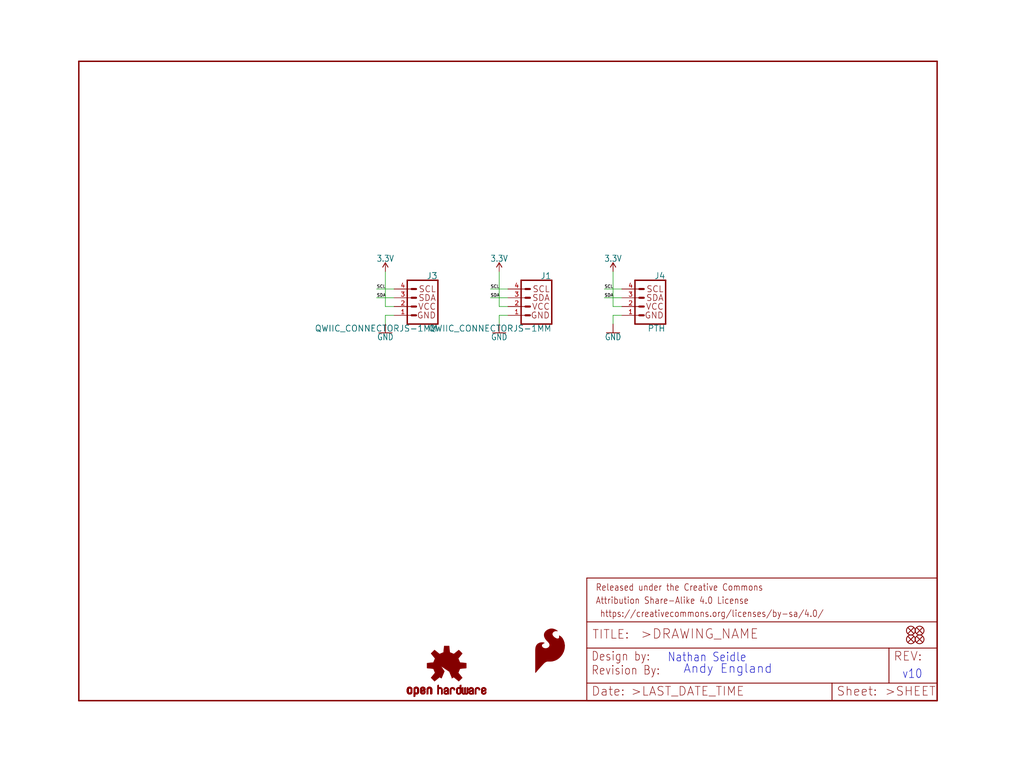
<source format=kicad_sch>
(kicad_sch (version 20211123) (generator eeschema)
  (paper "User" 297.002 223.926)
  (lib_symbols
    (symbol "schematicEagle-eagle-import:3.3V" (power)
      (property "Value" "3.3V" (at 0 2.794 0))
      (symbol "3.3V_1_0"
        (pin power_in line (at 0 0 90) (length 2.54) (name "3.3V") (number "1"))
      )
    )
    (symbol "schematicEagle-eagle-import:FIDUCIALUFIDUCIAL")
    (symbol "schematicEagle-eagle-import:FRAME-LETTER"
      (symbol "FRAME-LETTER_2_0"
        (text " https://creativecommons.org/licenses/by-sa/4.0/" (at 2.54 24.13 0) (effects (font (size 1.9304 1.6408)) (justify left bottom)))
        (text ">DRAWING_NAME" (at 15.494 17.78 0) (effects (font (size 2.7432 2.7432)) (justify left bottom)))
        (text ">LAST_DATE_TIME" (at 12.7 1.27 0) (effects (font (size 2.54 2.54)) (justify left bottom)))
        (text ">SHEET" (at 86.36 1.27 0) (effects (font (size 2.54 2.54)) (justify left bottom)))
        (text "Attribution Share-Alike 4.0 License" (at 2.54 27.94 0) (effects (font (size 1.9304 1.6408)) (justify left bottom)))
        (text "Date:" (at 1.27 1.27 0) (effects (font (size 2.54 2.54)) (justify left bottom)))
        (text "Design by:" (at 1.27 11.43 0) (effects (font (size 2.54 2.159)) (justify left bottom)))
        (text "Released under the Creative Commons" (at 2.54 31.75 0) (effects (font (size 1.9304 1.6408)) (justify left bottom)))
        (text "REV:" (at 88.9 11.43 0) (effects (font (size 2.54 2.54)) (justify left bottom)))
        (text "Sheet:" (at 72.39 1.27 0) (effects (font (size 2.54 2.54)) (justify left bottom)))
        (text "TITLE:" (at 1.524 17.78 0) (effects (font (size 2.54 2.54)) (justify left bottom)))
      )
    )
    (symbol "schematicEagle-eagle-import:GND" (power)
      (property "Value" "GND" (at 0 -0.254 0))
      (symbol "GND_1_0"
        (pin power_in line (at 0 2.54 270) (length 2.54) (name "GND") (number "1"))
      )
    )
    (symbol "schematicEagle-eagle-import:I2C_STANDARD"
      (property "Reference" "J" (at -5.08 7.874 0))
      (property "Value" "I2C_STANDARD" (at -5.08 -5.334 0))
      (symbol "I2C_STANDARD_1_0"
        (text "GND" (at -4.572 -2.54 0) (effects (font (size 1.778 1.778)) (justify left)))
        (text "SCL" (at -4.572 5.08 0) (effects (font (size 1.778 1.778)) (justify left)))
        (text "SDA" (at -4.572 2.54 0) (effects (font (size 1.778 1.778)) (justify left)))
        (text "VCC" (at -4.572 0 0) (effects (font (size 1.778 1.778)) (justify left)))
        (pin power_in line (at 7.62 -2.54 180) (length 5.08) (name "1") (number "1"))
        (pin power_in line (at 7.62 0 180) (length 5.08) (name "2") (number "2"))
        (pin passive line (at 7.62 2.54 180) (length 5.08) (name "3") (number "3"))
        (pin passive line (at 7.62 5.08 180) (length 5.08) (name "4") (number "4"))
      )
    )
    (symbol "schematicEagle-eagle-import:OSHW-LOGOS")
    (symbol "schematicEagle-eagle-import:QWIIC_CONNECTORJS-1MM"
      (property "Reference" "J" (at -5.08 7.874 0))
      (property "Value" "QWIIC_CONNECTORJS-1MM" (at -5.08 -5.334 0))
      (symbol "QWIIC_CONNECTORJS-1MM_1_0"
        (text "GND" (at -4.572 -2.54 0) (effects (font (size 1.778 1.778)) (justify left)))
        (text "SCL" (at -4.572 5.08 0) (effects (font (size 1.778 1.778)) (justify left)))
        (text "SDA" (at -4.572 2.54 0) (effects (font (size 1.778 1.778)) (justify left)))
        (text "VCC" (at -4.572 0 0) (effects (font (size 1.778 1.778)) (justify left)))
        (pin power_in line (at 7.62 -2.54 180) (length 5.08) (name "1") (number "1"))
        (pin power_in line (at 7.62 0 180) (length 5.08) (name "2") (number "2"))
        (pin passive line (at 7.62 2.54 180) (length 5.08) (name "3") (number "3"))
        (pin passive line (at 7.62 5.08 180) (length 5.08) (name "4") (number "4"))
      )
    )
    (symbol "schematicEagle-eagle-import:REVISION"
      (symbol "REVISION_1_0"
        (text "Revision By: " (at 0 0 0) (effects (font (size 2.54 2.159)) (justify left bottom)))
      )
    )
    (symbol "schematicEagle-eagle-import:SFE_LOGO_FLAME.1_INCH")
  )
  (wire (pts (xy 147.32 88.9) (xy 144.78 88.9)))
  (wire (pts (xy 180.34 83.82) (xy 175.26 83.82)))
  (wire (pts (xy 111.76 88.9) (xy 111.76 78.74)))
  (wire (pts (xy 147.32 83.82) (xy 142.24 83.82)))
  (wire (pts (xy 114.3 86.36) (xy 109.22 86.36)))
  (wire (pts (xy 180.34 91.44) (xy 177.8 91.44)))
  (wire (pts (xy 177.8 88.9) (xy 177.8 78.74)))
  (wire (pts (xy 180.34 86.36) (xy 175.26 86.36)))
  (wire (pts (xy 144.78 91.44) (xy 144.78 93.98)))
  (wire (pts (xy 114.3 91.44) (xy 111.76 91.44)))
  (wire (pts (xy 114.3 88.9) (xy 111.76 88.9)))
  (wire (pts (xy 114.3 83.82) (xy 109.22 83.82)))
  (wire (pts (xy 147.32 86.36) (xy 142.24 86.36)))
  (wire (pts (xy 111.76 91.44) (xy 111.76 93.98)))
  (wire (pts (xy 177.8 91.44) (xy 177.8 93.98)))
  (wire (pts (xy 144.78 88.9) (xy 144.78 78.74)))
  (wire (pts (xy 180.34 88.9) (xy 177.8 88.9)))
  (wire (pts (xy 147.32 91.44) (xy 144.78 91.44)))
  (text "Andy England" (at 198.12 195.58 180) (effects (font (size 2.54 2.54)) (justify left bottom)))
  (text "v10" (at 261.62 195.58 180) (effects (font (size 2.54 2.159)) (justify left)))
  (text "Nathan Seidle" (at 193.548 190.754 180) (effects (font (size 2.54 2.159)) (justify left)))
  (label "SDA" (at 142.24 86.36 0) (effects (font (size 0.889 0.889))))
  (label "SDA" (at 175.26 86.36 0) (effects (font (size 0.889 0.889))))
  (label "SCL" (at 175.26 83.82 0) (effects (font (size 0.889 0.889))))
  (label "SCL" (at 142.24 83.82 0) (effects (font (size 0.889 0.889))))
  (label "SCL" (at 109.22 83.82 0) (effects (font (size 0.889 0.889))))
  (label "SDA" (at 109.22 86.36 0) (effects (font (size 0.889 0.889))))
  (symbol (lib_id "schematicEagle-eagle-import:I2C_STANDARD") (at 187.96 88.9 0) (mirror y) (unit 1)
    (property "Reference" "J4" (at 193.04 81.026 0) (effects (font (size 1.778 1.778)) (justify left bottom)))
    (property "Value" "PTH" (at 193.04 94.234 0) (effects (font (size 1.778 1.778)) (justify left top)))
    (property "Footprint" "schematicEagle:1X04" (effects hide))
  )
  (symbol (lib_id "schematicEagle-eagle-import:3.3V") (at 177.8 78.74 0) (mirror y) (unit 1)
    (property "Reference" "#SUPPLY1" (effects hide))
    (property "Value" "3.3V" (at 177.8 75.946 0) (effects (font (size 1.778 1.5113)) (justify bottom)))
    (property "Footprint" "schematicEagle:" (effects hide))
  )
  (symbol (lib_id "schematicEagle-eagle-import:OSHW-LOGOS") (at 129.54 193.04 0) (unit 1)
    (property "Reference" "LOGO4" (effects hide))
    (property "Value" "OSHW-LOGOS" (effects hide))
    (property "Footprint" "schematicEagle:OSHW-LOGO-S" (effects hide))
  )
  (symbol (lib_id "schematicEagle-eagle-import:SFE_LOGO_FLAME.1_INCH") (at 154.94 195.58 0) (unit 1)
    (property "Reference" "U$1" (effects hide))
    (property "Value" "SFE_LOGO_FLAME.1_INCH" (effects hide))
    (property "Footprint" "schematicEagle:SFE_LOGO_FLAME_.1" (effects hide))
  )
  (symbol (lib_id "schematicEagle-eagle-import:FIDUCIALUFIDUCIAL") (at 264.16 185.42 0) (unit 1)
    (property "Reference" "FD4" (effects hide))
    (property "Value" "FIDUCIALUFIDUCIAL" (effects hide))
    (property "Footprint" "schematicEagle:FIDUCIAL-MICRO" (effects hide))
  )
  (symbol (lib_id "schematicEagle-eagle-import:3.3V") (at 144.78 78.74 0) (mirror y) (unit 1)
    (property "Reference" "#SUPPLY4" (effects hide))
    (property "Value" "3.3V" (at 144.78 75.946 0) (effects (font (size 1.778 1.5113)) (justify bottom)))
    (property "Footprint" "schematicEagle:" (effects hide))
  )
  (symbol (lib_id "schematicEagle-eagle-import:FRAME-LETTER") (at 22.86 203.2 0) (unit 1)
    (property "Reference" "FRAME1" (effects hide))
    (property "Value" "FRAME-LETTER" (effects hide))
    (property "Footprint" "schematicEagle:CREATIVE_COMMONS" (effects hide))
  )
  (symbol (lib_id "schematicEagle-eagle-import:QWIIC_CONNECTORJS-1MM") (at 121.92 88.9 0) (mirror y) (unit 1)
    (property "Reference" "J3" (at 127 81.026 0) (effects (font (size 1.778 1.778)) (justify left bottom)))
    (property "Value" "QWIIC_CONNECTORJS-1MM" (at 127 94.234 0) (effects (font (size 1.778 1.778)) (justify left top)))
    (property "Footprint" "schematicEagle:1X04_1MM_RA" (effects hide))
  )
  (symbol (lib_id "schematicEagle-eagle-import:FIDUCIALUFIDUCIAL") (at 264.16 182.88 0) (unit 1)
    (property "Reference" "FD1" (effects hide))
    (property "Value" "FIDUCIALUFIDUCIAL" (effects hide))
    (property "Footprint" "schematicEagle:FIDUCIAL-MICRO" (effects hide))
  )
  (symbol (lib_id "schematicEagle-eagle-import:FIDUCIALUFIDUCIAL") (at 266.7 182.88 0) (unit 1)
    (property "Reference" "FD2" (effects hide))
    (property "Value" "FIDUCIALUFIDUCIAL" (effects hide))
    (property "Footprint" "schematicEagle:FIDUCIAL-MICRO" (effects hide))
  )
  (symbol (lib_id "schematicEagle-eagle-import:REVISION") (at 171.45 195.834 0) (unit 1)
    (property "Reference" "LOGO1" (effects hide))
    (property "Value" "REVISION" (effects hide))
    (property "Footprint" "schematicEagle:REVISION" (effects hide))
  )
  (symbol (lib_id "schematicEagle-eagle-import:3.3V") (at 111.76 78.74 0) (mirror y) (unit 1)
    (property "Reference" "#SUPPLY21" (effects hide))
    (property "Value" "3.3V" (at 111.76 75.946 0) (effects (font (size 1.778 1.5113)) (justify bottom)))
    (property "Footprint" "schematicEagle:" (effects hide))
  )
  (symbol (lib_id "schematicEagle-eagle-import:FRAME-LETTER") (at 170.18 203.2 0) (unit 2)
    (property "Reference" "FRAME1" (effects hide))
    (property "Value" "FRAME-LETTER" (effects hide))
    (property "Footprint" "schematicEagle:CREATIVE_COMMONS" (effects hide))
  )
  (symbol (lib_id "schematicEagle-eagle-import:GND") (at 177.8 96.52 0) (mirror y) (unit 1)
    (property "Reference" "#GND4" (effects hide))
    (property "Value" "GND" (at 177.8 96.774 0) (effects (font (size 1.778 1.5113)) (justify top)))
    (property "Footprint" "schematicEagle:" (effects hide))
  )
  (symbol (lib_id "schematicEagle-eagle-import:GND") (at 144.78 96.52 0) (mirror y) (unit 1)
    (property "Reference" "#GND1" (effects hide))
    (property "Value" "GND" (at 144.78 96.774 0) (effects (font (size 1.778 1.5113)) (justify top)))
    (property "Footprint" "schematicEagle:" (effects hide))
  )
  (symbol (lib_id "schematicEagle-eagle-import:FIDUCIALUFIDUCIAL") (at 266.7 185.42 0) (unit 1)
    (property "Reference" "FD3" (effects hide))
    (property "Value" "FIDUCIALUFIDUCIAL" (effects hide))
    (property "Footprint" "schematicEagle:FIDUCIAL-MICRO" (effects hide))
  )
  (symbol (lib_id "schematicEagle-eagle-import:QWIIC_CONNECTORJS-1MM") (at 154.94 88.9 0) (mirror y) (unit 1)
    (property "Reference" "J1" (at 160.02 81.026 0) (effects (font (size 1.778 1.778)) (justify left bottom)))
    (property "Value" "QWIIC_CONNECTORJS-1MM" (at 160.02 94.234 0) (effects (font (size 1.778 1.778)) (justify left top)))
    (property "Footprint" "schematicEagle:1X04_1MM_RA" (effects hide))
  )
  (symbol (lib_id "schematicEagle-eagle-import:GND") (at 111.76 96.52 0) (mirror y) (unit 1)
    (property "Reference" "#GND18" (effects hide))
    (property "Value" "GND" (at 111.76 96.774 0) (effects (font (size 1.778 1.5113)) (justify top)))
    (property "Footprint" "schematicEagle:" (effects hide))
  )
)
</source>
